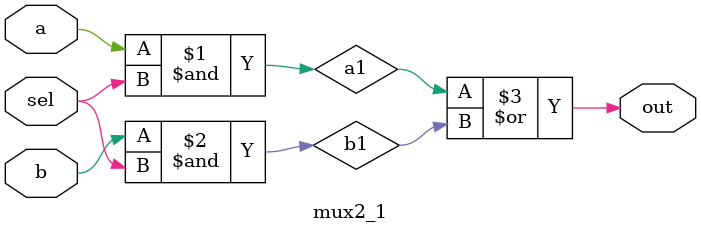
<source format=v>

module mux2_1 (
  // Port declaration
  output     wire      out,
  input      wire      a, b, sel
);

  // Internal Variables
  wire  sel_, a1, b1;

  // Netlist
  not (sel_, sel);
  and (a1, a, sel);
  and (b1, b, sel);
  or  (out, a1, b1);

endmodule // mux2_1

</source>
